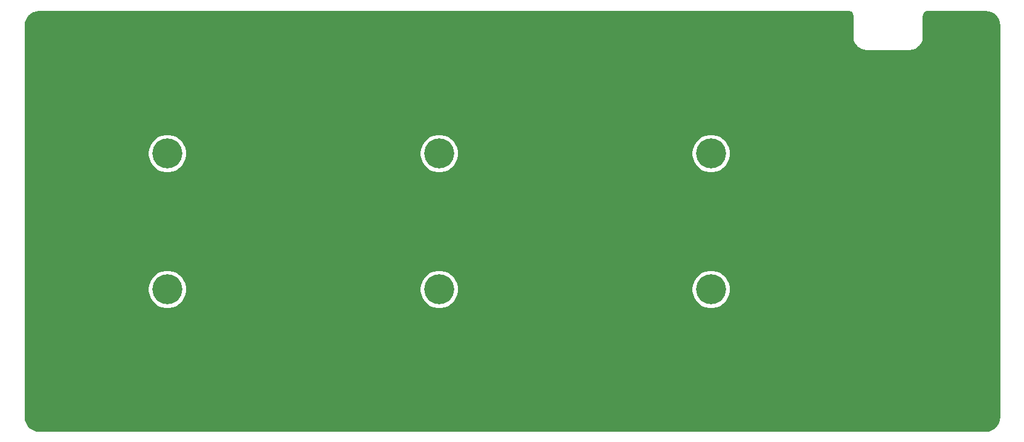
<source format=gbr>
G04 #@! TF.GenerationSoftware,KiCad,Pcbnew,(5.1.7)-1*
G04 #@! TF.CreationDate,2021-01-25T07:52:26+09:00*
G04 #@! TF.ProjectId,pisces_bottom_plate,70697363-6573-45f6-926f-74746f6d5f70,rev?*
G04 #@! TF.SameCoordinates,Original*
G04 #@! TF.FileFunction,Copper,L2,Bot*
G04 #@! TF.FilePolarity,Positive*
%FSLAX46Y46*%
G04 Gerber Fmt 4.6, Leading zero omitted, Abs format (unit mm)*
G04 Created by KiCad (PCBNEW (5.1.7)-1) date 2021-01-25 07:52:26*
%MOMM*%
%LPD*%
G01*
G04 APERTURE LIST*
G04 #@! TA.AperFunction,ComponentPad*
%ADD10C,4.200000*%
G04 #@! TD*
G04 #@! TA.AperFunction,NonConductor*
%ADD11C,0.254000*%
G04 #@! TD*
G04 #@! TA.AperFunction,NonConductor*
%ADD12C,0.100000*%
G04 #@! TD*
G04 APERTURE END LIST*
D10*
X59525000Y-59525000D03*
X135725000Y-78575000D03*
X135725000Y-59525000D03*
X97625000Y-78575000D03*
X97625000Y-59525000D03*
X59525000Y-78575000D03*
D11*
X155057869Y-39663722D02*
X155171246Y-39697953D01*
X155275819Y-39753555D01*
X155367596Y-39828407D01*
X155443091Y-39919664D01*
X155499419Y-40023844D01*
X155534440Y-40136976D01*
X155550000Y-40285022D01*
X155550001Y-43212419D01*
X155552802Y-43240855D01*
X155552747Y-43248682D01*
X155553646Y-43257853D01*
X155579554Y-43504357D01*
X155591589Y-43562986D01*
X155602792Y-43621716D01*
X155605456Y-43630538D01*
X155678751Y-43867314D01*
X155701931Y-43922457D01*
X155724339Y-43977920D01*
X155728665Y-43986054D01*
X155728667Y-43986059D01*
X155728670Y-43986064D01*
X155846553Y-44204086D01*
X155879988Y-44253654D01*
X155912759Y-44303735D01*
X155918584Y-44310876D01*
X156076577Y-44501856D01*
X156119012Y-44543995D01*
X156160875Y-44586745D01*
X156167976Y-44592618D01*
X156360053Y-44749273D01*
X156409875Y-44782374D01*
X156459237Y-44816173D01*
X156467343Y-44820556D01*
X156686191Y-44936919D01*
X156741479Y-44959707D01*
X156796475Y-44983279D01*
X156805278Y-44986003D01*
X157042559Y-45057643D01*
X157101246Y-45069264D01*
X157159752Y-45081700D01*
X157168915Y-45082663D01*
X157168917Y-45082663D01*
X157415595Y-45106850D01*
X157415598Y-45106850D01*
X157447581Y-45110000D01*
X163608419Y-45110000D01*
X163636865Y-45107198D01*
X163644682Y-45107253D01*
X163653853Y-45106354D01*
X163900357Y-45080446D01*
X163958986Y-45068411D01*
X164017716Y-45057208D01*
X164026532Y-45054546D01*
X164026536Y-45054545D01*
X164026539Y-45054544D01*
X164263314Y-44981249D01*
X164318457Y-44958069D01*
X164373920Y-44935661D01*
X164382054Y-44931335D01*
X164382059Y-44931333D01*
X164382064Y-44931330D01*
X164600086Y-44813447D01*
X164649654Y-44780012D01*
X164699735Y-44747241D01*
X164706876Y-44741416D01*
X164897856Y-44583423D01*
X164939995Y-44540988D01*
X164982745Y-44499125D01*
X164988618Y-44492024D01*
X165145273Y-44299947D01*
X165178374Y-44250125D01*
X165212173Y-44200763D01*
X165216556Y-44192657D01*
X165332919Y-43973809D01*
X165355707Y-43918521D01*
X165379279Y-43863525D01*
X165382003Y-43854722D01*
X165453643Y-43617441D01*
X165465264Y-43558754D01*
X165477700Y-43500248D01*
X165478663Y-43491083D01*
X165502850Y-43244405D01*
X165502850Y-43244402D01*
X165506000Y-43212419D01*
X165506000Y-40291279D01*
X165520722Y-40141131D01*
X165554953Y-40027754D01*
X165610555Y-39923181D01*
X165685407Y-39831404D01*
X165776664Y-39755909D01*
X165880844Y-39699581D01*
X165993976Y-39664560D01*
X166142022Y-39649000D01*
X174211721Y-39649000D01*
X174608545Y-39687909D01*
X174959208Y-39793780D01*
X175282625Y-39965744D01*
X175566484Y-40197254D01*
X175799965Y-40479486D01*
X175974183Y-40801695D01*
X176082502Y-41151614D01*
X176124001Y-41546452D01*
X176124000Y-96487721D01*
X176085091Y-96884545D01*
X175979220Y-97235206D01*
X175807257Y-97558623D01*
X175575748Y-97842482D01*
X175293514Y-98075965D01*
X174971304Y-98250184D01*
X174621385Y-98358502D01*
X174226557Y-98400000D01*
X41561279Y-98400000D01*
X41164455Y-98361091D01*
X40813794Y-98255220D01*
X40490377Y-98083257D01*
X40206518Y-97851748D01*
X39973035Y-97569514D01*
X39798816Y-97247304D01*
X39690498Y-96897385D01*
X39649000Y-96502557D01*
X39649000Y-78305626D01*
X56790000Y-78305626D01*
X56790000Y-78844374D01*
X56895105Y-79372770D01*
X57101275Y-79870508D01*
X57400587Y-80318461D01*
X57781539Y-80699413D01*
X58229492Y-80998725D01*
X58727230Y-81204895D01*
X59255626Y-81310000D01*
X59794374Y-81310000D01*
X60322770Y-81204895D01*
X60820508Y-80998725D01*
X61268461Y-80699413D01*
X61649413Y-80318461D01*
X61948725Y-79870508D01*
X62154895Y-79372770D01*
X62260000Y-78844374D01*
X62260000Y-78305626D01*
X94890000Y-78305626D01*
X94890000Y-78844374D01*
X94995105Y-79372770D01*
X95201275Y-79870508D01*
X95500587Y-80318461D01*
X95881539Y-80699413D01*
X96329492Y-80998725D01*
X96827230Y-81204895D01*
X97355626Y-81310000D01*
X97894374Y-81310000D01*
X98422770Y-81204895D01*
X98920508Y-80998725D01*
X99368461Y-80699413D01*
X99749413Y-80318461D01*
X100048725Y-79870508D01*
X100254895Y-79372770D01*
X100360000Y-78844374D01*
X100360000Y-78305626D01*
X132990000Y-78305626D01*
X132990000Y-78844374D01*
X133095105Y-79372770D01*
X133301275Y-79870508D01*
X133600587Y-80318461D01*
X133981539Y-80699413D01*
X134429492Y-80998725D01*
X134927230Y-81204895D01*
X135455626Y-81310000D01*
X135994374Y-81310000D01*
X136522770Y-81204895D01*
X137020508Y-80998725D01*
X137468461Y-80699413D01*
X137849413Y-80318461D01*
X138148725Y-79870508D01*
X138354895Y-79372770D01*
X138460000Y-78844374D01*
X138460000Y-78305626D01*
X138354895Y-77777230D01*
X138148725Y-77279492D01*
X137849413Y-76831539D01*
X137468461Y-76450587D01*
X137020508Y-76151275D01*
X136522770Y-75945105D01*
X135994374Y-75840000D01*
X135455626Y-75840000D01*
X134927230Y-75945105D01*
X134429492Y-76151275D01*
X133981539Y-76450587D01*
X133600587Y-76831539D01*
X133301275Y-77279492D01*
X133095105Y-77777230D01*
X132990000Y-78305626D01*
X100360000Y-78305626D01*
X100254895Y-77777230D01*
X100048725Y-77279492D01*
X99749413Y-76831539D01*
X99368461Y-76450587D01*
X98920508Y-76151275D01*
X98422770Y-75945105D01*
X97894374Y-75840000D01*
X97355626Y-75840000D01*
X96827230Y-75945105D01*
X96329492Y-76151275D01*
X95881539Y-76450587D01*
X95500587Y-76831539D01*
X95201275Y-77279492D01*
X94995105Y-77777230D01*
X94890000Y-78305626D01*
X62260000Y-78305626D01*
X62154895Y-77777230D01*
X61948725Y-77279492D01*
X61649413Y-76831539D01*
X61268461Y-76450587D01*
X60820508Y-76151275D01*
X60322770Y-75945105D01*
X59794374Y-75840000D01*
X59255626Y-75840000D01*
X58727230Y-75945105D01*
X58229492Y-76151275D01*
X57781539Y-76450587D01*
X57400587Y-76831539D01*
X57101275Y-77279492D01*
X56895105Y-77777230D01*
X56790000Y-78305626D01*
X39649000Y-78305626D01*
X39649000Y-59255626D01*
X56790000Y-59255626D01*
X56790000Y-59794374D01*
X56895105Y-60322770D01*
X57101275Y-60820508D01*
X57400587Y-61268461D01*
X57781539Y-61649413D01*
X58229492Y-61948725D01*
X58727230Y-62154895D01*
X59255626Y-62260000D01*
X59794374Y-62260000D01*
X60322770Y-62154895D01*
X60820508Y-61948725D01*
X61268461Y-61649413D01*
X61649413Y-61268461D01*
X61948725Y-60820508D01*
X62154895Y-60322770D01*
X62260000Y-59794374D01*
X62260000Y-59255626D01*
X94890000Y-59255626D01*
X94890000Y-59794374D01*
X94995105Y-60322770D01*
X95201275Y-60820508D01*
X95500587Y-61268461D01*
X95881539Y-61649413D01*
X96329492Y-61948725D01*
X96827230Y-62154895D01*
X97355626Y-62260000D01*
X97894374Y-62260000D01*
X98422770Y-62154895D01*
X98920508Y-61948725D01*
X99368461Y-61649413D01*
X99749413Y-61268461D01*
X100048725Y-60820508D01*
X100254895Y-60322770D01*
X100360000Y-59794374D01*
X100360000Y-59255626D01*
X132990000Y-59255626D01*
X132990000Y-59794374D01*
X133095105Y-60322770D01*
X133301275Y-60820508D01*
X133600587Y-61268461D01*
X133981539Y-61649413D01*
X134429492Y-61948725D01*
X134927230Y-62154895D01*
X135455626Y-62260000D01*
X135994374Y-62260000D01*
X136522770Y-62154895D01*
X137020508Y-61948725D01*
X137468461Y-61649413D01*
X137849413Y-61268461D01*
X138148725Y-60820508D01*
X138354895Y-60322770D01*
X138460000Y-59794374D01*
X138460000Y-59255626D01*
X138354895Y-58727230D01*
X138148725Y-58229492D01*
X137849413Y-57781539D01*
X137468461Y-57400587D01*
X137020508Y-57101275D01*
X136522770Y-56895105D01*
X135994374Y-56790000D01*
X135455626Y-56790000D01*
X134927230Y-56895105D01*
X134429492Y-57101275D01*
X133981539Y-57400587D01*
X133600587Y-57781539D01*
X133301275Y-58229492D01*
X133095105Y-58727230D01*
X132990000Y-59255626D01*
X100360000Y-59255626D01*
X100254895Y-58727230D01*
X100048725Y-58229492D01*
X99749413Y-57781539D01*
X99368461Y-57400587D01*
X98920508Y-57101275D01*
X98422770Y-56895105D01*
X97894374Y-56790000D01*
X97355626Y-56790000D01*
X96827230Y-56895105D01*
X96329492Y-57101275D01*
X95881539Y-57400587D01*
X95500587Y-57781539D01*
X95201275Y-58229492D01*
X94995105Y-58727230D01*
X94890000Y-59255626D01*
X62260000Y-59255626D01*
X62154895Y-58727230D01*
X61948725Y-58229492D01*
X61649413Y-57781539D01*
X61268461Y-57400587D01*
X60820508Y-57101275D01*
X60322770Y-56895105D01*
X59794374Y-56790000D01*
X59255626Y-56790000D01*
X58727230Y-56895105D01*
X58229492Y-57101275D01*
X57781539Y-57400587D01*
X57400587Y-57781539D01*
X57101275Y-58229492D01*
X56895105Y-58727230D01*
X56790000Y-59255626D01*
X39649000Y-59255626D01*
X39649000Y-41561279D01*
X39687909Y-41164455D01*
X39793780Y-40813792D01*
X39965744Y-40490375D01*
X40197254Y-40206516D01*
X40479486Y-39973035D01*
X40801695Y-39798817D01*
X41151614Y-39690498D01*
X41546443Y-39649000D01*
X154907721Y-39649000D01*
X155057869Y-39663722D01*
G04 #@! TA.AperFunction,NonConductor*
D12*
G36*
X155057869Y-39663722D02*
G01*
X155171246Y-39697953D01*
X155275819Y-39753555D01*
X155367596Y-39828407D01*
X155443091Y-39919664D01*
X155499419Y-40023844D01*
X155534440Y-40136976D01*
X155550000Y-40285022D01*
X155550001Y-43212419D01*
X155552802Y-43240855D01*
X155552747Y-43248682D01*
X155553646Y-43257853D01*
X155579554Y-43504357D01*
X155591589Y-43562986D01*
X155602792Y-43621716D01*
X155605456Y-43630538D01*
X155678751Y-43867314D01*
X155701931Y-43922457D01*
X155724339Y-43977920D01*
X155728665Y-43986054D01*
X155728667Y-43986059D01*
X155728670Y-43986064D01*
X155846553Y-44204086D01*
X155879988Y-44253654D01*
X155912759Y-44303735D01*
X155918584Y-44310876D01*
X156076577Y-44501856D01*
X156119012Y-44543995D01*
X156160875Y-44586745D01*
X156167976Y-44592618D01*
X156360053Y-44749273D01*
X156409875Y-44782374D01*
X156459237Y-44816173D01*
X156467343Y-44820556D01*
X156686191Y-44936919D01*
X156741479Y-44959707D01*
X156796475Y-44983279D01*
X156805278Y-44986003D01*
X157042559Y-45057643D01*
X157101246Y-45069264D01*
X157159752Y-45081700D01*
X157168915Y-45082663D01*
X157168917Y-45082663D01*
X157415595Y-45106850D01*
X157415598Y-45106850D01*
X157447581Y-45110000D01*
X163608419Y-45110000D01*
X163636865Y-45107198D01*
X163644682Y-45107253D01*
X163653853Y-45106354D01*
X163900357Y-45080446D01*
X163958986Y-45068411D01*
X164017716Y-45057208D01*
X164026532Y-45054546D01*
X164026536Y-45054545D01*
X164026539Y-45054544D01*
X164263314Y-44981249D01*
X164318457Y-44958069D01*
X164373920Y-44935661D01*
X164382054Y-44931335D01*
X164382059Y-44931333D01*
X164382064Y-44931330D01*
X164600086Y-44813447D01*
X164649654Y-44780012D01*
X164699735Y-44747241D01*
X164706876Y-44741416D01*
X164897856Y-44583423D01*
X164939995Y-44540988D01*
X164982745Y-44499125D01*
X164988618Y-44492024D01*
X165145273Y-44299947D01*
X165178374Y-44250125D01*
X165212173Y-44200763D01*
X165216556Y-44192657D01*
X165332919Y-43973809D01*
X165355707Y-43918521D01*
X165379279Y-43863525D01*
X165382003Y-43854722D01*
X165453643Y-43617441D01*
X165465264Y-43558754D01*
X165477700Y-43500248D01*
X165478663Y-43491083D01*
X165502850Y-43244405D01*
X165502850Y-43244402D01*
X165506000Y-43212419D01*
X165506000Y-40291279D01*
X165520722Y-40141131D01*
X165554953Y-40027754D01*
X165610555Y-39923181D01*
X165685407Y-39831404D01*
X165776664Y-39755909D01*
X165880844Y-39699581D01*
X165993976Y-39664560D01*
X166142022Y-39649000D01*
X174211721Y-39649000D01*
X174608545Y-39687909D01*
X174959208Y-39793780D01*
X175282625Y-39965744D01*
X175566484Y-40197254D01*
X175799965Y-40479486D01*
X175974183Y-40801695D01*
X176082502Y-41151614D01*
X176124001Y-41546452D01*
X176124000Y-96487721D01*
X176085091Y-96884545D01*
X175979220Y-97235206D01*
X175807257Y-97558623D01*
X175575748Y-97842482D01*
X175293514Y-98075965D01*
X174971304Y-98250184D01*
X174621385Y-98358502D01*
X174226557Y-98400000D01*
X41561279Y-98400000D01*
X41164455Y-98361091D01*
X40813794Y-98255220D01*
X40490377Y-98083257D01*
X40206518Y-97851748D01*
X39973035Y-97569514D01*
X39798816Y-97247304D01*
X39690498Y-96897385D01*
X39649000Y-96502557D01*
X39649000Y-78305626D01*
X56790000Y-78305626D01*
X56790000Y-78844374D01*
X56895105Y-79372770D01*
X57101275Y-79870508D01*
X57400587Y-80318461D01*
X57781539Y-80699413D01*
X58229492Y-80998725D01*
X58727230Y-81204895D01*
X59255626Y-81310000D01*
X59794374Y-81310000D01*
X60322770Y-81204895D01*
X60820508Y-80998725D01*
X61268461Y-80699413D01*
X61649413Y-80318461D01*
X61948725Y-79870508D01*
X62154895Y-79372770D01*
X62260000Y-78844374D01*
X62260000Y-78305626D01*
X94890000Y-78305626D01*
X94890000Y-78844374D01*
X94995105Y-79372770D01*
X95201275Y-79870508D01*
X95500587Y-80318461D01*
X95881539Y-80699413D01*
X96329492Y-80998725D01*
X96827230Y-81204895D01*
X97355626Y-81310000D01*
X97894374Y-81310000D01*
X98422770Y-81204895D01*
X98920508Y-80998725D01*
X99368461Y-80699413D01*
X99749413Y-80318461D01*
X100048725Y-79870508D01*
X100254895Y-79372770D01*
X100360000Y-78844374D01*
X100360000Y-78305626D01*
X132990000Y-78305626D01*
X132990000Y-78844374D01*
X133095105Y-79372770D01*
X133301275Y-79870508D01*
X133600587Y-80318461D01*
X133981539Y-80699413D01*
X134429492Y-80998725D01*
X134927230Y-81204895D01*
X135455626Y-81310000D01*
X135994374Y-81310000D01*
X136522770Y-81204895D01*
X137020508Y-80998725D01*
X137468461Y-80699413D01*
X137849413Y-80318461D01*
X138148725Y-79870508D01*
X138354895Y-79372770D01*
X138460000Y-78844374D01*
X138460000Y-78305626D01*
X138354895Y-77777230D01*
X138148725Y-77279492D01*
X137849413Y-76831539D01*
X137468461Y-76450587D01*
X137020508Y-76151275D01*
X136522770Y-75945105D01*
X135994374Y-75840000D01*
X135455626Y-75840000D01*
X134927230Y-75945105D01*
X134429492Y-76151275D01*
X133981539Y-76450587D01*
X133600587Y-76831539D01*
X133301275Y-77279492D01*
X133095105Y-77777230D01*
X132990000Y-78305626D01*
X100360000Y-78305626D01*
X100254895Y-77777230D01*
X100048725Y-77279492D01*
X99749413Y-76831539D01*
X99368461Y-76450587D01*
X98920508Y-76151275D01*
X98422770Y-75945105D01*
X97894374Y-75840000D01*
X97355626Y-75840000D01*
X96827230Y-75945105D01*
X96329492Y-76151275D01*
X95881539Y-76450587D01*
X95500587Y-76831539D01*
X95201275Y-77279492D01*
X94995105Y-77777230D01*
X94890000Y-78305626D01*
X62260000Y-78305626D01*
X62154895Y-77777230D01*
X61948725Y-77279492D01*
X61649413Y-76831539D01*
X61268461Y-76450587D01*
X60820508Y-76151275D01*
X60322770Y-75945105D01*
X59794374Y-75840000D01*
X59255626Y-75840000D01*
X58727230Y-75945105D01*
X58229492Y-76151275D01*
X57781539Y-76450587D01*
X57400587Y-76831539D01*
X57101275Y-77279492D01*
X56895105Y-77777230D01*
X56790000Y-78305626D01*
X39649000Y-78305626D01*
X39649000Y-59255626D01*
X56790000Y-59255626D01*
X56790000Y-59794374D01*
X56895105Y-60322770D01*
X57101275Y-60820508D01*
X57400587Y-61268461D01*
X57781539Y-61649413D01*
X58229492Y-61948725D01*
X58727230Y-62154895D01*
X59255626Y-62260000D01*
X59794374Y-62260000D01*
X60322770Y-62154895D01*
X60820508Y-61948725D01*
X61268461Y-61649413D01*
X61649413Y-61268461D01*
X61948725Y-60820508D01*
X62154895Y-60322770D01*
X62260000Y-59794374D01*
X62260000Y-59255626D01*
X94890000Y-59255626D01*
X94890000Y-59794374D01*
X94995105Y-60322770D01*
X95201275Y-60820508D01*
X95500587Y-61268461D01*
X95881539Y-61649413D01*
X96329492Y-61948725D01*
X96827230Y-62154895D01*
X97355626Y-62260000D01*
X97894374Y-62260000D01*
X98422770Y-62154895D01*
X98920508Y-61948725D01*
X99368461Y-61649413D01*
X99749413Y-61268461D01*
X100048725Y-60820508D01*
X100254895Y-60322770D01*
X100360000Y-59794374D01*
X100360000Y-59255626D01*
X132990000Y-59255626D01*
X132990000Y-59794374D01*
X133095105Y-60322770D01*
X133301275Y-60820508D01*
X133600587Y-61268461D01*
X133981539Y-61649413D01*
X134429492Y-61948725D01*
X134927230Y-62154895D01*
X135455626Y-62260000D01*
X135994374Y-62260000D01*
X136522770Y-62154895D01*
X137020508Y-61948725D01*
X137468461Y-61649413D01*
X137849413Y-61268461D01*
X138148725Y-60820508D01*
X138354895Y-60322770D01*
X138460000Y-59794374D01*
X138460000Y-59255626D01*
X138354895Y-58727230D01*
X138148725Y-58229492D01*
X137849413Y-57781539D01*
X137468461Y-57400587D01*
X137020508Y-57101275D01*
X136522770Y-56895105D01*
X135994374Y-56790000D01*
X135455626Y-56790000D01*
X134927230Y-56895105D01*
X134429492Y-57101275D01*
X133981539Y-57400587D01*
X133600587Y-57781539D01*
X133301275Y-58229492D01*
X133095105Y-58727230D01*
X132990000Y-59255626D01*
X100360000Y-59255626D01*
X100254895Y-58727230D01*
X100048725Y-58229492D01*
X99749413Y-57781539D01*
X99368461Y-57400587D01*
X98920508Y-57101275D01*
X98422770Y-56895105D01*
X97894374Y-56790000D01*
X97355626Y-56790000D01*
X96827230Y-56895105D01*
X96329492Y-57101275D01*
X95881539Y-57400587D01*
X95500587Y-57781539D01*
X95201275Y-58229492D01*
X94995105Y-58727230D01*
X94890000Y-59255626D01*
X62260000Y-59255626D01*
X62154895Y-58727230D01*
X61948725Y-58229492D01*
X61649413Y-57781539D01*
X61268461Y-57400587D01*
X60820508Y-57101275D01*
X60322770Y-56895105D01*
X59794374Y-56790000D01*
X59255626Y-56790000D01*
X58727230Y-56895105D01*
X58229492Y-57101275D01*
X57781539Y-57400587D01*
X57400587Y-57781539D01*
X57101275Y-58229492D01*
X56895105Y-58727230D01*
X56790000Y-59255626D01*
X39649000Y-59255626D01*
X39649000Y-41561279D01*
X39687909Y-41164455D01*
X39793780Y-40813792D01*
X39965744Y-40490375D01*
X40197254Y-40206516D01*
X40479486Y-39973035D01*
X40801695Y-39798817D01*
X41151614Y-39690498D01*
X41546443Y-39649000D01*
X154907721Y-39649000D01*
X155057869Y-39663722D01*
G37*
G04 #@! TD.AperFunction*
M02*

</source>
